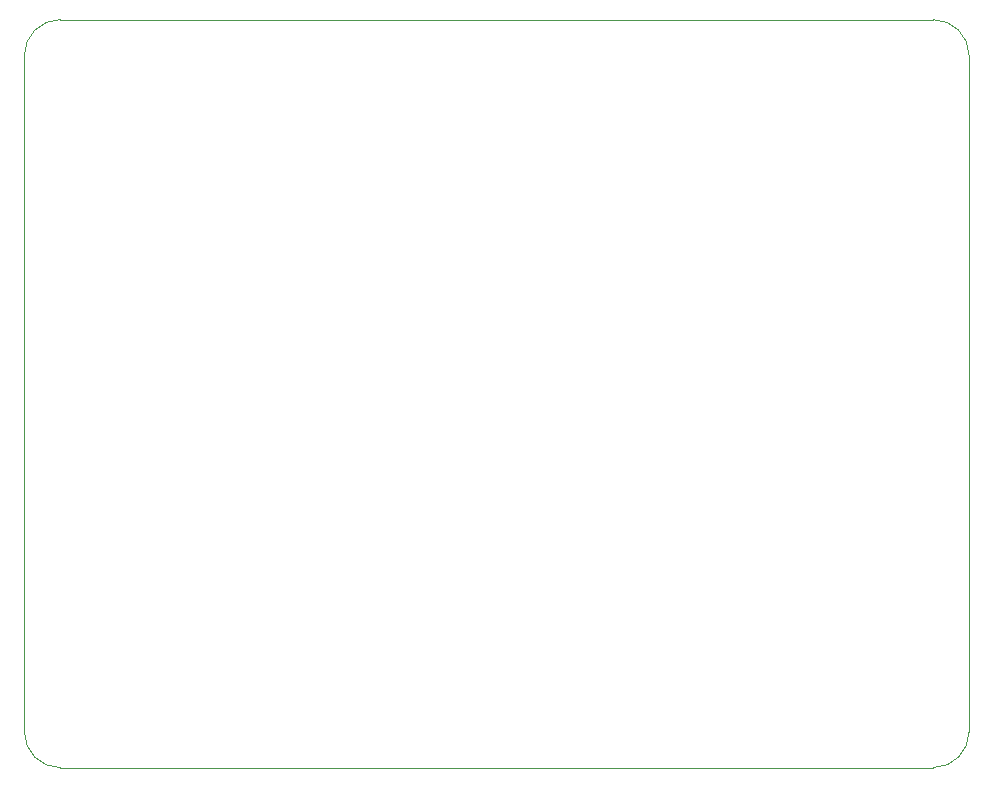
<source format=gbr>
%TF.GenerationSoftware,KiCad,Pcbnew,(6.0.10)*%
%TF.CreationDate,2023-05-17T01:35:15+02:00*%
%TF.ProjectId,spotter,73706f74-7465-4722-9e6b-696361645f70,1.0*%
%TF.SameCoordinates,Original*%
%TF.FileFunction,Profile,NP*%
%FSLAX46Y46*%
G04 Gerber Fmt 4.6, Leading zero omitted, Abs format (unit mm)*
G04 Created by KiCad (PCBNEW (6.0.10)) date 2023-05-17 01:35:15*
%MOMM*%
%LPD*%
G01*
G04 APERTURE LIST*
%TA.AperFunction,Profile*%
%ADD10C,0.100000*%
%TD*%
G04 APERTURE END LIST*
D10*
X104025261Y-141989739D02*
X104025261Y-84748261D01*
X104025261Y-141989739D02*
G75*
G03*
X107073261Y-145037739I3048039J39D01*
G01*
X184026739Y-141989739D02*
X184026739Y-84748261D01*
X107073261Y-81700261D02*
X180978739Y-81700261D01*
X180978739Y-145037739D02*
X107073261Y-145037739D01*
X107073261Y-81700261D02*
G75*
G03*
X104025261Y-84748261I39J-3048039D01*
G01*
X184026739Y-84748261D02*
G75*
G03*
X180978739Y-81700261I-3048039J-39D01*
G01*
X180978739Y-145037739D02*
G75*
G03*
X184026739Y-141989739I-39J3048039D01*
G01*
M02*

</source>
